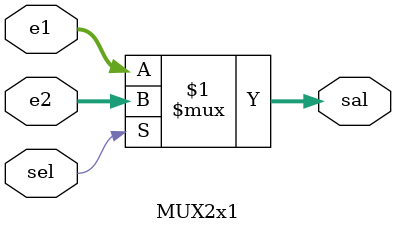
<source format=v>
module MUX2x1(
    input wire [31:0] e1, e2,
    input wire sel,
    output [31:0] sal
);

//assign sal = (e1&~sel) | (e2&sel);
assign sal = sel? e2 : e1;

endmodule
</source>
